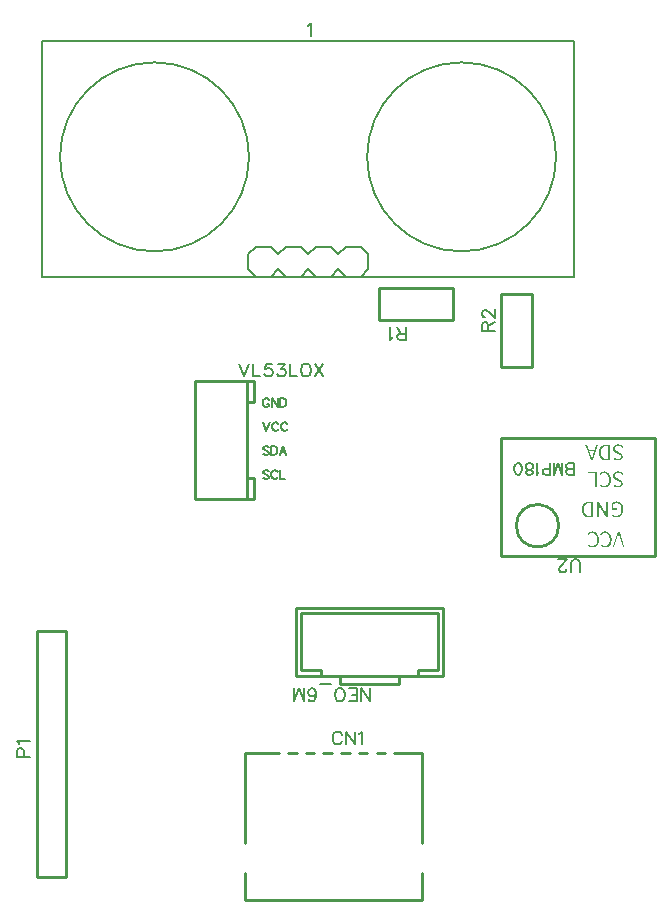
<source format=gto>
G04 Layer: TopSilkscreenLayer*
G04 EasyEDA v6.5.23, 2023-06-18 13:26:56*
G04 e563b856323e489fb497cbcb29ae2dd2,10*
G04 Gerber Generator version 0.2*
G04 Scale: 100 percent, Rotated: No, Reflected: No *
G04 Dimensions in millimeters *
G04 leading zeros omitted , absolute positions ,4 integer and 5 decimal *
%FSLAX45Y45*%
%MOMM*%

%ADD10C,0.1524*%
%ADD11C,0.2032*%
%ADD12C,0.2540*%
%ADD13C,0.1270*%

%LPD*%
G36*
X5028946Y3139186D02*
G01*
X5022850Y3138881D01*
X5017109Y3137916D01*
X5011724Y3136392D01*
X5006644Y3134309D01*
X5001920Y3131667D01*
X4997450Y3128467D01*
X4993233Y3124809D01*
X4989322Y3120644D01*
X4997450Y3111246D01*
X5004155Y3117646D01*
X5011369Y3122371D01*
X5019344Y3125266D01*
X5028184Y3126232D01*
X5034381Y3125774D01*
X5040172Y3124504D01*
X5045506Y3122422D01*
X5050383Y3119526D01*
X5054752Y3115868D01*
X5058613Y3111449D01*
X5061966Y3106369D01*
X5064760Y3100628D01*
X5066944Y3094177D01*
X5068519Y3087166D01*
X5069535Y3079546D01*
X5069840Y3071368D01*
X5069484Y3063341D01*
X5068468Y3055823D01*
X5066842Y3048914D01*
X5064556Y3042615D01*
X5061712Y3036976D01*
X5058308Y3031947D01*
X5054346Y3027680D01*
X5049875Y3024073D01*
X5044998Y3021279D01*
X5039614Y3019196D01*
X5033822Y3017926D01*
X5027676Y3017520D01*
X5019598Y3018383D01*
X5012385Y3020872D01*
X5006136Y3024784D01*
X5000752Y3029966D01*
X4992624Y3020314D01*
X4995621Y3017316D01*
X4999024Y3014370D01*
X5002885Y3011678D01*
X5007152Y3009239D01*
X5011775Y3007207D01*
X5016804Y3005683D01*
X5022189Y3004667D01*
X5027930Y3004312D01*
X5033975Y3004616D01*
X5039817Y3005480D01*
X5045354Y3006953D01*
X5050688Y3008985D01*
X5055717Y3011525D01*
X5060391Y3014624D01*
X5064760Y3018231D01*
X5068773Y3022396D01*
X5072430Y3026968D01*
X5075631Y3032099D01*
X5078425Y3037636D01*
X5080762Y3043631D01*
X5082590Y3050082D01*
X5083962Y3056940D01*
X5084775Y3064205D01*
X5085080Y3071876D01*
X5084826Y3079597D01*
X5084013Y3086862D01*
X5082641Y3093720D01*
X5080863Y3100171D01*
X5078577Y3106166D01*
X5075834Y3111703D01*
X5072684Y3116783D01*
X5069128Y3121355D01*
X5065166Y3125419D01*
X5060899Y3129026D01*
X5056276Y3132074D01*
X5051348Y3134614D01*
X5046116Y3136595D01*
X5040630Y3138017D01*
X5034889Y3138881D01*
G37*
G36*
X4921504Y3139186D02*
G01*
X4915408Y3138881D01*
X4909667Y3137916D01*
X4904282Y3136392D01*
X4899202Y3134309D01*
X4894478Y3131667D01*
X4890008Y3128467D01*
X4885791Y3124809D01*
X4881880Y3120644D01*
X4890008Y3111246D01*
X4896713Y3117646D01*
X4903927Y3122371D01*
X4911902Y3125266D01*
X4920742Y3126232D01*
X4926939Y3125774D01*
X4932730Y3124504D01*
X4938064Y3122422D01*
X4942941Y3119526D01*
X4947310Y3115868D01*
X4951171Y3111449D01*
X4954524Y3106369D01*
X4957318Y3100628D01*
X4959502Y3094177D01*
X4961077Y3087166D01*
X4962093Y3079546D01*
X4962398Y3071368D01*
X4962042Y3063341D01*
X4961026Y3055823D01*
X4959400Y3048914D01*
X4957114Y3042615D01*
X4954270Y3036976D01*
X4950815Y3031947D01*
X4946904Y3027680D01*
X4942433Y3024073D01*
X4937556Y3021279D01*
X4932172Y3019196D01*
X4926380Y3017926D01*
X4920234Y3017520D01*
X4912258Y3018383D01*
X4905044Y3020872D01*
X4898745Y3024784D01*
X4893310Y3029966D01*
X4885182Y3020314D01*
X4888179Y3017316D01*
X4891582Y3014370D01*
X4895443Y3011678D01*
X4899710Y3009239D01*
X4904333Y3007207D01*
X4909362Y3005683D01*
X4914747Y3004667D01*
X4920488Y3004312D01*
X4926584Y3004616D01*
X4932426Y3005480D01*
X4938014Y3006953D01*
X4943348Y3008985D01*
X4948377Y3011525D01*
X4953101Y3014624D01*
X4957470Y3018231D01*
X4961432Y3022396D01*
X4965039Y3026968D01*
X4968240Y3032099D01*
X4971034Y3037636D01*
X4973370Y3043631D01*
X4975199Y3050082D01*
X4976520Y3056940D01*
X4977384Y3064205D01*
X4977638Y3071876D01*
X4977384Y3079597D01*
X4976571Y3086862D01*
X4975199Y3093720D01*
X4973421Y3100171D01*
X4971135Y3106166D01*
X4968392Y3111703D01*
X4965242Y3116783D01*
X4961686Y3121355D01*
X4957724Y3125419D01*
X4953457Y3129026D01*
X4948834Y3132074D01*
X4943906Y3134614D01*
X4938674Y3136595D01*
X4933188Y3138017D01*
X4927447Y3138881D01*
G37*
G36*
X5135372Y3136900D02*
G01*
X5093716Y3006852D01*
X5108702Y3006852D01*
X5142992Y3121660D01*
X5143754Y3121660D01*
X5147259Y3110687D01*
X5153355Y3089605D01*
X5178552Y3006852D01*
X5194046Y3006852D01*
X5152136Y3136900D01*
G37*
G36*
X5125720Y3393186D02*
G01*
X5119420Y3392932D01*
X5113426Y3392119D01*
X5107787Y3390798D01*
X5102555Y3389020D01*
X5097780Y3386836D01*
X5093411Y3384296D01*
X5089499Y3381400D01*
X5086096Y3378200D01*
X5086096Y3324351D01*
X5128006Y3324351D01*
X5128006Y3336544D01*
X5099812Y3336544D01*
X5099812Y3372104D01*
X5104536Y3375507D01*
X5110429Y3378047D01*
X5117185Y3379673D01*
X5124450Y3380232D01*
X5131257Y3379774D01*
X5137505Y3378504D01*
X5143246Y3376422D01*
X5148427Y3373526D01*
X5153050Y3369868D01*
X5157114Y3365449D01*
X5160568Y3360369D01*
X5163464Y3354628D01*
X5165699Y3348177D01*
X5167325Y3341166D01*
X5168290Y3333546D01*
X5168646Y3325368D01*
X5168290Y3317341D01*
X5167223Y3309823D01*
X5165547Y3302914D01*
X5163159Y3296615D01*
X5160213Y3290976D01*
X5156657Y3285947D01*
X5152542Y3281679D01*
X5147868Y3278073D01*
X5142738Y3275279D01*
X5137048Y3273196D01*
X5130952Y3271926D01*
X5124450Y3271520D01*
X5115204Y3272485D01*
X5107533Y3275076D01*
X5101132Y3279038D01*
X5095748Y3283965D01*
X5087620Y3274314D01*
X5090617Y3271418D01*
X5094020Y3268573D01*
X5097881Y3265881D01*
X5102250Y3263442D01*
X5107076Y3261360D01*
X5112461Y3259734D01*
X5118303Y3258667D01*
X5124704Y3258312D01*
X5131003Y3258616D01*
X5137099Y3259480D01*
X5142890Y3260953D01*
X5148427Y3262985D01*
X5153609Y3265525D01*
X5158486Y3268624D01*
X5163007Y3272231D01*
X5167172Y3276396D01*
X5170881Y3280968D01*
X5174183Y3286099D01*
X5177078Y3291636D01*
X5179466Y3297631D01*
X5181346Y3304082D01*
X5182768Y3310940D01*
X5183581Y3318205D01*
X5183886Y3325876D01*
X5183632Y3333597D01*
X5182768Y3340862D01*
X5181447Y3347720D01*
X5179568Y3354171D01*
X5177231Y3360165D01*
X5174437Y3365703D01*
X5171236Y3370783D01*
X5167579Y3375355D01*
X5163515Y3379419D01*
X5159095Y3383026D01*
X5154269Y3386074D01*
X5149189Y3388614D01*
X5143703Y3390595D01*
X5138013Y3392017D01*
X5131968Y3392881D01*
G37*
G36*
X4963160Y3390900D02*
G01*
X4963160Y3260852D01*
X4977130Y3260852D01*
X4977079Y3336188D01*
X4976266Y3356610D01*
X4975352Y3371596D01*
X4976114Y3371596D01*
X4990084Y3344926D01*
X5039360Y3260852D01*
X5054600Y3260852D01*
X5054600Y3390900D01*
X5040630Y3390900D01*
X5040680Y3314496D01*
X5041493Y3294583D01*
X5042408Y3279901D01*
X5041646Y3279901D01*
X5027422Y3306572D01*
X4978400Y3390900D01*
G37*
G36*
X4894326Y3390900D02*
G01*
X4887163Y3390595D01*
X4880457Y3389782D01*
X4874158Y3388360D01*
X4868316Y3386429D01*
X4862931Y3383940D01*
X4857953Y3380943D01*
X4853482Y3377437D01*
X4849469Y3373475D01*
X4845913Y3369005D01*
X4842814Y3364077D01*
X4840173Y3358692D01*
X4837988Y3352850D01*
X4836312Y3346602D01*
X4835093Y3339947D01*
X4834382Y3332835D01*
X4834128Y3325368D01*
X4849114Y3325368D01*
X4849317Y3331464D01*
X4849825Y3337204D01*
X4850739Y3342640D01*
X4852009Y3347720D01*
X4853686Y3352495D01*
X4855667Y3356864D01*
X4858054Y3360877D01*
X4860798Y3364534D01*
X4863896Y3367735D01*
X4867402Y3370579D01*
X4871262Y3373018D01*
X4875479Y3375050D01*
X4880051Y3376625D01*
X4885029Y3377793D01*
X4890363Y3378454D01*
X4896104Y3378708D01*
X4912106Y3378708D01*
X4912106Y3272790D01*
X4896104Y3272790D01*
X4890363Y3272993D01*
X4885029Y3273704D01*
X4880051Y3274771D01*
X4875479Y3276346D01*
X4871262Y3278276D01*
X4867402Y3280664D01*
X4863896Y3283407D01*
X4860798Y3286607D01*
X4858054Y3290163D01*
X4855667Y3294126D01*
X4853686Y3298444D01*
X4852009Y3303117D01*
X4850739Y3308146D01*
X4849825Y3313531D01*
X4849317Y3319272D01*
X4849114Y3325368D01*
X4834128Y3325368D01*
X4834382Y3317900D01*
X4835093Y3310839D01*
X4836312Y3304235D01*
X4837988Y3298037D01*
X4840173Y3292297D01*
X4842814Y3286963D01*
X4845913Y3282137D01*
X4849520Y3277768D01*
X4853584Y3273907D01*
X4858105Y3270503D01*
X4863084Y3267557D01*
X4868519Y3265170D01*
X4874412Y3263290D01*
X4880762Y3261969D01*
X4887569Y3261106D01*
X4894834Y3260852D01*
X4926838Y3260852D01*
X4926838Y3390900D01*
G37*
G36*
X5140706Y3647186D02*
G01*
X5134203Y3646881D01*
X5128107Y3645915D01*
X5122468Y3644392D01*
X5117338Y3642309D01*
X5112715Y3639718D01*
X5108651Y3636670D01*
X5105095Y3633165D01*
X5102148Y3629304D01*
X5099862Y3625087D01*
X5098135Y3620617D01*
X5097119Y3615842D01*
X5096764Y3610864D01*
X5097322Y3604006D01*
X5098897Y3598062D01*
X5101386Y3592931D01*
X5104739Y3588461D01*
X5108752Y3584651D01*
X5113375Y3581349D01*
X5118455Y3578402D01*
X5123942Y3575812D01*
X5142738Y3567937D01*
X5150307Y3564483D01*
X5157266Y3560064D01*
X5162346Y3553917D01*
X5164328Y3545332D01*
X5163870Y3540963D01*
X5162550Y3537102D01*
X5160365Y3533698D01*
X5157470Y3530854D01*
X5153812Y3528568D01*
X5149545Y3526891D01*
X5144617Y3525875D01*
X5139182Y3525520D01*
X5130342Y3526383D01*
X5122468Y3528872D01*
X5115458Y3532784D01*
X5109210Y3537965D01*
X5101336Y3528314D01*
X5104892Y3524910D01*
X5108803Y3521862D01*
X5113070Y3519119D01*
X5117693Y3516782D01*
X5122621Y3514902D01*
X5127853Y3513480D01*
X5133390Y3512616D01*
X5139182Y3512312D01*
X5144820Y3512616D01*
X5150205Y3513480D01*
X5155184Y3514851D01*
X5159857Y3516731D01*
X5164124Y3519119D01*
X5167934Y3521913D01*
X5171236Y3525113D01*
X5174030Y3528720D01*
X5176316Y3532682D01*
X5177942Y3536950D01*
X5178958Y3541522D01*
X5179314Y3546348D01*
X5178653Y3553002D01*
X5176875Y3558844D01*
X5174081Y3563823D01*
X5170576Y3568090D01*
X5166512Y3571697D01*
X5162042Y3574745D01*
X5157470Y3577285D01*
X5134102Y3587750D01*
X5125364Y3591864D01*
X5121554Y3594100D01*
X5118252Y3596589D01*
X5115560Y3599484D01*
X5113477Y3602888D01*
X5112207Y3607003D01*
X5111750Y3611879D01*
X5112258Y3616655D01*
X5113731Y3620922D01*
X5116118Y3624732D01*
X5119420Y3628034D01*
X5123535Y3630625D01*
X5128463Y3632606D01*
X5134102Y3633825D01*
X5140452Y3634232D01*
X5145633Y3633927D01*
X5150713Y3633063D01*
X5155590Y3631692D01*
X5160314Y3629761D01*
X5164836Y3627424D01*
X5169103Y3624579D01*
X5173065Y3621328D01*
X5176774Y3617722D01*
X5185664Y3627882D01*
X5181295Y3632149D01*
X5176520Y3635959D01*
X5171338Y3639261D01*
X5165852Y3642004D01*
X5160010Y3644239D01*
X5153863Y3645865D01*
X5147411Y3646830D01*
G37*
G36*
X5022596Y3647186D02*
G01*
X5016449Y3646881D01*
X5010658Y3645915D01*
X5005273Y3644392D01*
X5000193Y3642309D01*
X4995468Y3639667D01*
X4991049Y3636467D01*
X4986883Y3632809D01*
X4982972Y3628644D01*
X4991100Y3619246D01*
X4997754Y3625646D01*
X5004968Y3630371D01*
X5012893Y3633266D01*
X5021834Y3634232D01*
X5028031Y3633774D01*
X5033822Y3632504D01*
X5039156Y3630422D01*
X5044033Y3627526D01*
X5048402Y3623868D01*
X5052263Y3619449D01*
X5055616Y3614369D01*
X5058410Y3608628D01*
X5060594Y3602177D01*
X5062169Y3595166D01*
X5063185Y3587546D01*
X5063490Y3579368D01*
X5063134Y3571341D01*
X5062118Y3563823D01*
X5060492Y3556914D01*
X5058206Y3550615D01*
X5055362Y3544976D01*
X5051958Y3539947D01*
X5047996Y3535679D01*
X5043525Y3532073D01*
X5038648Y3529279D01*
X5033264Y3527196D01*
X5027472Y3525926D01*
X5021326Y3525520D01*
X5013198Y3526383D01*
X5006035Y3528872D01*
X4999685Y3532784D01*
X4994148Y3537965D01*
X4986020Y3528314D01*
X4989068Y3525316D01*
X4992522Y3522370D01*
X4996383Y3519678D01*
X5000650Y3517239D01*
X5005324Y3515207D01*
X5010353Y3513683D01*
X5015788Y3512667D01*
X5021580Y3512312D01*
X5027625Y3512616D01*
X5033416Y3513480D01*
X5039004Y3514953D01*
X5044287Y3516985D01*
X5049316Y3519525D01*
X5053990Y3522624D01*
X5058308Y3526231D01*
X5062321Y3530396D01*
X5065928Y3534968D01*
X5069128Y3540099D01*
X5071872Y3545636D01*
X5074208Y3551631D01*
X5076037Y3558082D01*
X5077358Y3564940D01*
X5078222Y3572205D01*
X5078476Y3579876D01*
X5078222Y3587597D01*
X5077409Y3594862D01*
X5076088Y3601720D01*
X5074259Y3608171D01*
X5072024Y3614165D01*
X5069281Y3619703D01*
X5066182Y3624783D01*
X5062626Y3629355D01*
X5058714Y3633419D01*
X5054447Y3637026D01*
X5049875Y3640074D01*
X5044948Y3642614D01*
X5039715Y3644595D01*
X5034280Y3646017D01*
X5028539Y3646881D01*
G37*
G36*
X4885944Y3644900D02*
G01*
X4885944Y3632454D01*
X4943348Y3632454D01*
X4943348Y3514851D01*
X4958080Y3514851D01*
X4958080Y3644900D01*
G37*
G36*
X5140706Y3875786D02*
G01*
X5134203Y3875481D01*
X5128107Y3874515D01*
X5122468Y3872992D01*
X5117338Y3870909D01*
X5112715Y3868318D01*
X5108651Y3865270D01*
X5105095Y3861765D01*
X5102148Y3857904D01*
X5099862Y3853687D01*
X5098135Y3849217D01*
X5097119Y3844442D01*
X5096764Y3839464D01*
X5097322Y3832606D01*
X5098897Y3826662D01*
X5101386Y3821531D01*
X5104739Y3817061D01*
X5108752Y3813251D01*
X5113375Y3809949D01*
X5118455Y3807002D01*
X5123942Y3804412D01*
X5142738Y3796537D01*
X5150307Y3793083D01*
X5157266Y3788664D01*
X5162346Y3782517D01*
X5164328Y3773932D01*
X5163870Y3769563D01*
X5162550Y3765702D01*
X5160365Y3762298D01*
X5157470Y3759454D01*
X5153812Y3757168D01*
X5149545Y3755491D01*
X5144617Y3754475D01*
X5139182Y3754120D01*
X5130342Y3754983D01*
X5122468Y3757472D01*
X5115458Y3761384D01*
X5109210Y3766565D01*
X5101336Y3756914D01*
X5104892Y3753510D01*
X5108803Y3750462D01*
X5113070Y3747719D01*
X5117693Y3745382D01*
X5122621Y3743502D01*
X5127853Y3742080D01*
X5133390Y3741216D01*
X5139182Y3740912D01*
X5144820Y3741216D01*
X5150205Y3742080D01*
X5155184Y3743451D01*
X5159857Y3745331D01*
X5164124Y3747719D01*
X5167934Y3750513D01*
X5171236Y3753713D01*
X5174030Y3757320D01*
X5176316Y3761282D01*
X5177942Y3765550D01*
X5178958Y3770122D01*
X5179314Y3774948D01*
X5178653Y3781602D01*
X5176875Y3787444D01*
X5174081Y3792423D01*
X5170576Y3796690D01*
X5166512Y3800297D01*
X5162042Y3803345D01*
X5157470Y3805885D01*
X5134102Y3816350D01*
X5125364Y3820464D01*
X5121554Y3822700D01*
X5118252Y3825189D01*
X5115560Y3828084D01*
X5113477Y3831488D01*
X5112207Y3835603D01*
X5111750Y3840479D01*
X5112258Y3845255D01*
X5113731Y3849522D01*
X5116118Y3853332D01*
X5119420Y3856634D01*
X5123535Y3859225D01*
X5128463Y3861206D01*
X5134102Y3862425D01*
X5140452Y3862832D01*
X5145633Y3862527D01*
X5150713Y3861663D01*
X5155590Y3860292D01*
X5160314Y3858361D01*
X5164836Y3856024D01*
X5169103Y3853179D01*
X5173065Y3849928D01*
X5176774Y3846322D01*
X5185664Y3856482D01*
X5181295Y3860749D01*
X5176520Y3864559D01*
X5171338Y3867861D01*
X5165852Y3870604D01*
X5160010Y3872839D01*
X5153863Y3874465D01*
X5147411Y3875430D01*
G37*
G36*
X5038344Y3873500D02*
G01*
X5031181Y3873195D01*
X5024475Y3872382D01*
X5018176Y3870960D01*
X5012334Y3869029D01*
X5006949Y3866540D01*
X5001971Y3863543D01*
X4997500Y3860037D01*
X4993487Y3856075D01*
X4989931Y3851605D01*
X4986832Y3846677D01*
X4984191Y3841292D01*
X4982006Y3835450D01*
X4980330Y3829202D01*
X4979111Y3822547D01*
X4978400Y3815435D01*
X4978146Y3807968D01*
X4993132Y3807968D01*
X4993335Y3814064D01*
X4993843Y3819804D01*
X4994757Y3825240D01*
X4996027Y3830320D01*
X4997704Y3835095D01*
X4999685Y3839464D01*
X5002072Y3843477D01*
X5004816Y3847134D01*
X5007914Y3850335D01*
X5011420Y3853179D01*
X5015280Y3855618D01*
X5019497Y3857650D01*
X5024069Y3859225D01*
X5029047Y3860393D01*
X5034381Y3861054D01*
X5040122Y3861308D01*
X5056124Y3861308D01*
X5056124Y3755390D01*
X5040122Y3755390D01*
X5034381Y3755593D01*
X5029047Y3756304D01*
X5024069Y3757371D01*
X5019497Y3758946D01*
X5015280Y3760876D01*
X5011420Y3763264D01*
X5007914Y3766007D01*
X5004816Y3769207D01*
X5002072Y3772763D01*
X4999685Y3776726D01*
X4997704Y3781044D01*
X4996027Y3785717D01*
X4994757Y3790746D01*
X4993843Y3796131D01*
X4993335Y3801872D01*
X4993132Y3807968D01*
X4978146Y3807968D01*
X4978400Y3800500D01*
X4979111Y3793439D01*
X4980330Y3786835D01*
X4982006Y3780637D01*
X4984191Y3774897D01*
X4986832Y3769563D01*
X4989931Y3764737D01*
X4993538Y3760368D01*
X4997602Y3756507D01*
X5002123Y3753104D01*
X5007102Y3750157D01*
X5012537Y3747770D01*
X5018430Y3745890D01*
X5024780Y3744569D01*
X5031587Y3743706D01*
X5038852Y3743451D01*
X5070856Y3743451D01*
X5070856Y3873500D01*
G37*
G36*
X4863338Y3873500D02*
G01*
X4881411Y3820922D01*
X4936744Y3820922D01*
X4923231Y3777894D01*
X4916678Y3755644D01*
X4916170Y3755644D01*
X4909515Y3777792D01*
X4902454Y3799586D01*
X4895850Y3820922D01*
X4881411Y3820922D01*
X4908042Y3743451D01*
X4924298Y3743451D01*
X4968748Y3873500D01*
X4954016Y3873500D01*
X4940554Y3832351D01*
X4892040Y3832351D01*
X4879086Y3873500D01*
G37*
D10*
X49784Y1231900D02*
G01*
X158750Y1231900D01*
X49784Y1231900D02*
G01*
X49784Y1278636D01*
X54863Y1294129D01*
X60197Y1299463D01*
X70612Y1304544D01*
X86105Y1304544D01*
X96520Y1299463D01*
X101600Y1294129D01*
X106934Y1278636D01*
X106934Y1231900D01*
X70612Y1338834D02*
G01*
X65278Y1349247D01*
X49784Y1364995D01*
X158750Y1364995D01*
X3035300Y1700784D02*
G01*
X3035300Y1809750D01*
X3035300Y1700784D02*
G01*
X2962656Y1809750D01*
X2962656Y1700784D02*
G01*
X2962656Y1809750D01*
X2928365Y1700784D02*
G01*
X2928365Y1809750D01*
X2928365Y1700784D02*
G01*
X2860802Y1700784D01*
X2928365Y1752600D02*
G01*
X2886709Y1752600D01*
X2928365Y1809750D02*
G01*
X2860802Y1809750D01*
X2795270Y1700784D02*
G01*
X2805684Y1705863D01*
X2816097Y1716278D01*
X2821177Y1726692D01*
X2826511Y1742439D01*
X2826511Y1768347D01*
X2821177Y1783842D01*
X2816097Y1794255D01*
X2805684Y1804670D01*
X2795270Y1809750D01*
X2774441Y1809750D01*
X2764027Y1804670D01*
X2753613Y1794255D01*
X2748534Y1783842D01*
X2743200Y1768347D01*
X2743200Y1742439D01*
X2748534Y1726692D01*
X2753613Y1716278D01*
X2764027Y1705863D01*
X2774441Y1700784D01*
X2795270Y1700784D01*
X2708909Y1846326D02*
G01*
X2615438Y1846326D01*
X2518918Y1716278D02*
G01*
X2523997Y1705863D01*
X2539745Y1700784D01*
X2550159Y1700784D01*
X2565654Y1705863D01*
X2576068Y1721612D01*
X2581147Y1747520D01*
X2581147Y1773428D01*
X2576068Y1794255D01*
X2565654Y1804670D01*
X2550159Y1809750D01*
X2544825Y1809750D01*
X2529331Y1804670D01*
X2518918Y1794255D01*
X2513584Y1778762D01*
X2513584Y1773428D01*
X2518918Y1757934D01*
X2529331Y1747520D01*
X2544825Y1742439D01*
X2550159Y1742439D01*
X2565654Y1747520D01*
X2576068Y1757934D01*
X2581147Y1773428D01*
X2479293Y1700784D02*
G01*
X2479293Y1809750D01*
X2479293Y1700784D02*
G01*
X2437891Y1809750D01*
X2396236Y1700784D02*
G01*
X2437891Y1809750D01*
X2396236Y1700784D02*
G01*
X2396236Y1809750D01*
X1930400Y4560315D02*
G01*
X1972056Y4451350D01*
X2013458Y4560315D02*
G01*
X1972056Y4451350D01*
X2047747Y4560315D02*
G01*
X2047747Y4451350D01*
X2047747Y4451350D02*
G01*
X2110231Y4451350D01*
X2206752Y4560315D02*
G01*
X2154936Y4560315D01*
X2149602Y4513579D01*
X2154936Y4518660D01*
X2170429Y4523994D01*
X2185924Y4523994D01*
X2201672Y4518660D01*
X2212086Y4508500D01*
X2217165Y4492752D01*
X2217165Y4482337D01*
X2212086Y4466844D01*
X2201672Y4456429D01*
X2185924Y4451350D01*
X2170429Y4451350D01*
X2154936Y4456429D01*
X2149602Y4461510D01*
X2144522Y4471923D01*
X2261870Y4560315D02*
G01*
X2319020Y4560315D01*
X2287777Y4518660D01*
X2303525Y4518660D01*
X2313940Y4513579D01*
X2319020Y4508500D01*
X2324100Y4492752D01*
X2324100Y4482337D01*
X2319020Y4466844D01*
X2308606Y4456429D01*
X2293111Y4451350D01*
X2277363Y4451350D01*
X2261870Y4456429D01*
X2256790Y4461510D01*
X2251456Y4471923D01*
X2358390Y4560315D02*
G01*
X2358390Y4451350D01*
X2358390Y4451350D02*
G01*
X2420874Y4451350D01*
X2486406Y4560315D02*
G01*
X2475991Y4555236D01*
X2465577Y4544821D01*
X2460243Y4534407D01*
X2455163Y4518660D01*
X2455163Y4492752D01*
X2460243Y4477257D01*
X2465577Y4466844D01*
X2475991Y4456429D01*
X2486406Y4451350D01*
X2506979Y4451350D01*
X2517393Y4456429D01*
X2527808Y4466844D01*
X2533141Y4477257D01*
X2538222Y4492752D01*
X2538222Y4518660D01*
X2533141Y4534407D01*
X2527808Y4544821D01*
X2517393Y4555236D01*
X2506979Y4560315D01*
X2486406Y4560315D01*
X2572511Y4560315D02*
G01*
X2645409Y4451350D01*
X2645409Y4560315D02*
G01*
X2572511Y4451350D01*
X2182113Y3647186D02*
G01*
X2175256Y3654044D01*
X2164841Y3657600D01*
X2150872Y3657600D01*
X2140458Y3654044D01*
X2133600Y3647186D01*
X2133600Y3640073D01*
X2137156Y3633215D01*
X2140458Y3629913D01*
X2147570Y3626357D01*
X2168143Y3619500D01*
X2175256Y3615944D01*
X2178558Y3612387D01*
X2182113Y3605529D01*
X2182113Y3595115D01*
X2175256Y3588257D01*
X2164841Y3584702D01*
X2150872Y3584702D01*
X2140458Y3588257D01*
X2133600Y3595115D01*
X2256790Y3640073D02*
G01*
X2253488Y3647186D01*
X2246629Y3654044D01*
X2239518Y3657600D01*
X2225802Y3657600D01*
X2218690Y3654044D01*
X2211831Y3647186D01*
X2208529Y3640073D01*
X2204974Y3629913D01*
X2204974Y3612387D01*
X2208529Y3601973D01*
X2211831Y3595115D01*
X2218690Y3588257D01*
X2225802Y3584702D01*
X2239518Y3584702D01*
X2246629Y3588257D01*
X2253488Y3595115D01*
X2256790Y3601973D01*
X2279650Y3657600D02*
G01*
X2279650Y3584702D01*
X2279650Y3584702D02*
G01*
X2321306Y3584702D01*
X2182113Y3850386D02*
G01*
X2175256Y3857244D01*
X2164841Y3860800D01*
X2150872Y3860800D01*
X2140458Y3857244D01*
X2133600Y3850386D01*
X2133600Y3843273D01*
X2137156Y3836415D01*
X2140458Y3833113D01*
X2147570Y3829557D01*
X2168143Y3822700D01*
X2175256Y3819144D01*
X2178558Y3815587D01*
X2182113Y3808729D01*
X2182113Y3798315D01*
X2175256Y3791457D01*
X2164841Y3787902D01*
X2150872Y3787902D01*
X2140458Y3791457D01*
X2133600Y3798315D01*
X2204974Y3860800D02*
G01*
X2204974Y3787902D01*
X2204974Y3860800D02*
G01*
X2229104Y3860800D01*
X2239518Y3857244D01*
X2246629Y3850386D01*
X2249931Y3843273D01*
X2253488Y3833113D01*
X2253488Y3815587D01*
X2249931Y3805173D01*
X2246629Y3798315D01*
X2239518Y3791457D01*
X2229104Y3787902D01*
X2204974Y3787902D01*
X2304034Y3860800D02*
G01*
X2276347Y3787902D01*
X2304034Y3860800D02*
G01*
X2331720Y3787902D01*
X2286761Y3812286D02*
G01*
X2321306Y3812286D01*
X2133600Y4064000D02*
G01*
X2161286Y3991102D01*
X2188972Y4064000D02*
G01*
X2161286Y3991102D01*
X2263902Y4046473D02*
G01*
X2260345Y4053586D01*
X2253488Y4060444D01*
X2246629Y4064000D01*
X2232659Y4064000D01*
X2225802Y4060444D01*
X2218690Y4053586D01*
X2215388Y4046473D01*
X2211831Y4036313D01*
X2211831Y4018787D01*
X2215388Y4008373D01*
X2218690Y4001515D01*
X2225802Y3994657D01*
X2232659Y3991102D01*
X2246629Y3991102D01*
X2253488Y3994657D01*
X2260345Y4001515D01*
X2263902Y4008373D01*
X2338577Y4046473D02*
G01*
X2335275Y4053586D01*
X2328163Y4060444D01*
X2321306Y4064000D01*
X2307590Y4064000D01*
X2300477Y4060444D01*
X2293620Y4053586D01*
X2290063Y4046473D01*
X2286761Y4036313D01*
X2286761Y4018787D01*
X2290063Y4008373D01*
X2293620Y4001515D01*
X2300477Y3994657D01*
X2307590Y3991102D01*
X2321306Y3991102D01*
X2328163Y3994657D01*
X2335275Y4001515D01*
X2338577Y4008373D01*
X2185670Y4249673D02*
G01*
X2182113Y4256786D01*
X2175256Y4263644D01*
X2168143Y4267200D01*
X2154427Y4267200D01*
X2147570Y4263644D01*
X2140458Y4256786D01*
X2137156Y4249673D01*
X2133600Y4239513D01*
X2133600Y4221987D01*
X2137156Y4211573D01*
X2140458Y4204715D01*
X2147570Y4197857D01*
X2154427Y4194302D01*
X2168143Y4194302D01*
X2175256Y4197857D01*
X2182113Y4204715D01*
X2185670Y4211573D01*
X2185670Y4221987D01*
X2168143Y4221987D02*
G01*
X2185670Y4221987D01*
X2208529Y4267200D02*
G01*
X2208529Y4194302D01*
X2208529Y4267200D02*
G01*
X2256790Y4194302D01*
X2256790Y4267200D02*
G01*
X2256790Y4194302D01*
X2279650Y4267200D02*
G01*
X2279650Y4194302D01*
X2279650Y4267200D02*
G01*
X2304034Y4267200D01*
X2314447Y4263644D01*
X2321306Y4256786D01*
X2324861Y4249673D01*
X2328163Y4239513D01*
X2328163Y4221987D01*
X2324861Y4211573D01*
X2321306Y4204715D01*
X2314447Y4197857D01*
X2304034Y4194302D01*
X2279650Y4194302D01*
X2801874Y1418805D02*
G01*
X2796540Y1429219D01*
X2786125Y1439633D01*
X2775965Y1444713D01*
X2755138Y1444713D01*
X2744724Y1439633D01*
X2734309Y1429219D01*
X2728975Y1418805D01*
X2723895Y1403057D01*
X2723895Y1377149D01*
X2728975Y1361655D01*
X2734309Y1351241D01*
X2744724Y1340827D01*
X2755138Y1335747D01*
X2775965Y1335747D01*
X2786125Y1340827D01*
X2796540Y1351241D01*
X2801874Y1361655D01*
X2836163Y1444713D02*
G01*
X2836163Y1335747D01*
X2836163Y1444713D02*
G01*
X2908808Y1335747D01*
X2908808Y1444713D02*
G01*
X2908808Y1335747D01*
X2943097Y1423885D02*
G01*
X2953511Y1429219D01*
X2969006Y1444713D01*
X2969006Y1335747D01*
X3986784Y4838700D02*
G01*
X4095750Y4838700D01*
X3986784Y4838700D02*
G01*
X3986784Y4885436D01*
X3991863Y4900929D01*
X3997197Y4906263D01*
X4007611Y4911344D01*
X4018025Y4911344D01*
X4028440Y4906263D01*
X4033520Y4900929D01*
X4038600Y4885436D01*
X4038600Y4838700D01*
X4038600Y4875021D02*
G01*
X4095750Y4911344D01*
X4012691Y4950968D02*
G01*
X4007611Y4950968D01*
X3997197Y4956047D01*
X3991863Y4961381D01*
X3986784Y4971795D01*
X3986784Y4992370D01*
X3991863Y5002784D01*
X3997197Y5008118D01*
X4007611Y5013197D01*
X4018025Y5013197D01*
X4028440Y5008118D01*
X4043934Y4997704D01*
X4095750Y4945634D01*
X4095750Y5018531D01*
X3340100Y4761484D02*
G01*
X3340100Y4870450D01*
X3340100Y4761484D02*
G01*
X3293363Y4761484D01*
X3277870Y4766563D01*
X3272536Y4771897D01*
X3267456Y4782312D01*
X3267456Y4792726D01*
X3272536Y4803139D01*
X3277870Y4808220D01*
X3293363Y4813300D01*
X3340100Y4813300D01*
X3303777Y4813300D02*
G01*
X3267456Y4870450D01*
X3233165Y4782312D02*
G01*
X3222752Y4776978D01*
X3207004Y4761484D01*
X3207004Y4870450D01*
X2514600Y7421575D02*
G01*
X2525013Y7426909D01*
X2540508Y7442403D01*
X2540508Y7333437D01*
X4813300Y2792984D02*
G01*
X4813300Y2870962D01*
X4808220Y2886455D01*
X4797806Y2896870D01*
X4782058Y2901950D01*
X4771643Y2901950D01*
X4756150Y2896870D01*
X4745736Y2886455D01*
X4740656Y2870962D01*
X4740656Y2792984D01*
X4701031Y2818892D02*
G01*
X4701031Y2813812D01*
X4695952Y2803397D01*
X4690618Y2798063D01*
X4680204Y2792984D01*
X4659629Y2792984D01*
X4649215Y2798063D01*
X4643881Y2803397D01*
X4638802Y2813812D01*
X4638802Y2824226D01*
X4643881Y2834639D01*
X4654295Y2850134D01*
X4706365Y2901950D01*
X4633468Y2901950D01*
D11*
X4762500Y3620262D02*
G01*
X4762500Y3715765D01*
X4762500Y3620262D02*
G01*
X4721606Y3620262D01*
X4707890Y3624834D01*
X4703318Y3629405D01*
X4698745Y3638295D01*
X4698745Y3647439D01*
X4703318Y3656584D01*
X4707890Y3661155D01*
X4721606Y3665728D01*
X4762500Y3665728D02*
G01*
X4721606Y3665728D01*
X4707890Y3670300D01*
X4703318Y3674618D01*
X4698745Y3683762D01*
X4698745Y3697478D01*
X4703318Y3706621D01*
X4707890Y3711194D01*
X4721606Y3715765D01*
X4762500Y3715765D01*
X4668774Y3620262D02*
G01*
X4668774Y3715765D01*
X4668774Y3620262D02*
G01*
X4632452Y3715765D01*
X4596129Y3620262D02*
G01*
X4632452Y3715765D01*
X4596129Y3620262D02*
G01*
X4596129Y3715765D01*
X4566158Y3620262D02*
G01*
X4566158Y3715765D01*
X4566158Y3620262D02*
G01*
X4525263Y3620262D01*
X4511547Y3624834D01*
X4506975Y3629405D01*
X4502404Y3638295D01*
X4502404Y3652012D01*
X4506975Y3661155D01*
X4511547Y3665728D01*
X4525263Y3670300D01*
X4566158Y3670300D01*
X4472431Y3638295D02*
G01*
X4463288Y3633723D01*
X4449825Y3620262D01*
X4449825Y3715765D01*
X4396993Y3620262D02*
G01*
X4410709Y3624834D01*
X4415281Y3633723D01*
X4415281Y3642868D01*
X4410709Y3652012D01*
X4401565Y3656584D01*
X4383531Y3661155D01*
X4369815Y3665728D01*
X4360672Y3674618D01*
X4356100Y3683762D01*
X4356100Y3697478D01*
X4360672Y3706621D01*
X4365243Y3711194D01*
X4378959Y3715765D01*
X4396993Y3715765D01*
X4410709Y3711194D01*
X4415281Y3706621D01*
X4419854Y3697478D01*
X4419854Y3683762D01*
X4415281Y3674618D01*
X4406138Y3665728D01*
X4392422Y3661155D01*
X4374388Y3656584D01*
X4365243Y3652012D01*
X4360672Y3642868D01*
X4360672Y3633723D01*
X4365243Y3624834D01*
X4378959Y3620262D01*
X4396993Y3620262D01*
X4298950Y3620262D02*
G01*
X4312411Y3624834D01*
X4321556Y3638295D01*
X4326127Y3661155D01*
X4326127Y3674618D01*
X4321556Y3697478D01*
X4312411Y3711194D01*
X4298950Y3715765D01*
X4289806Y3715765D01*
X4276090Y3711194D01*
X4266945Y3697478D01*
X4262374Y3674618D01*
X4262374Y3661155D01*
X4266945Y3638295D01*
X4276090Y3624834D01*
X4289806Y3620262D01*
X4298950Y3620262D01*
D12*
X220903Y216303D02*
G01*
X220903Y2298298D01*
X220903Y2298296D02*
G01*
X464896Y2298298D01*
X464896Y2298298D02*
G01*
X464896Y216303D01*
X464896Y216303D02*
G01*
X220903Y216301D01*
X2621279Y1918970D02*
G01*
X2621279Y1966976D01*
X2457195Y1966976D01*
X2457195Y2449068D01*
X3616197Y2449068D01*
X3616197Y1967992D01*
X3449320Y1967992D01*
X3449320Y1918970D01*
X2420365Y2494026D02*
G01*
X2410206Y2494026D01*
X2410206Y1919986D01*
X2410206Y1918970D01*
X3660393Y1918970D01*
X3660393Y2494026D01*
X2420365Y2494026D01*
X3285299Y1849000D02*
G01*
X2785300Y1849000D01*
X2785300Y1906000D01*
X3285299Y1849000D02*
G01*
X3285299Y1919000D01*
X1998979Y4411979D02*
G01*
X1998979Y4231639D01*
X2057400Y4231639D01*
X2057400Y4411979D01*
X1998979Y4411979D01*
X1557020Y4411979D01*
X1557020Y3411220D01*
X1998979Y3411220D01*
X1998979Y3591560D01*
X2057400Y3591560D01*
X2057400Y3411220D01*
X1998979Y3411220D01*
X1628139Y4411979D02*
G01*
X1927860Y4411979D01*
X1678939Y3411220D02*
G01*
X1877060Y3411220D01*
X1998979Y3591560D02*
G01*
X1998979Y4231639D01*
X3480498Y246151D02*
G01*
X3480498Y14401D01*
X1980501Y14401D01*
X3245017Y1264399D02*
G01*
X3480498Y1264399D01*
X3480498Y498650D01*
X3095030Y1264399D02*
G01*
X3167974Y1264399D01*
X2945018Y1264399D02*
G01*
X3017987Y1264399D01*
X2795031Y1264399D02*
G01*
X2867974Y1264399D01*
X2645018Y1264399D02*
G01*
X2717987Y1264399D01*
X2495006Y1264399D02*
G01*
X2567975Y1264399D01*
X2345019Y1264399D02*
G01*
X2417963Y1264399D01*
X1980501Y498650D02*
G01*
X1980501Y1264399D01*
X2267976Y1264399D01*
X1980501Y14401D02*
G01*
X1980501Y246151D01*
X4144901Y4528700D02*
G01*
X4144899Y5148699D01*
X4414898Y4528700D02*
G01*
X4414900Y5148699D01*
X4414898Y5148699D02*
G01*
X4144899Y5148699D01*
X4414900Y4528700D02*
G01*
X4144901Y4528700D01*
X3738999Y4932301D02*
G01*
X3119000Y4932298D01*
X3738999Y5202298D02*
G01*
X3119000Y5202301D01*
X3119000Y5202298D02*
G01*
X3119000Y4932298D01*
X3738999Y5202301D02*
G01*
X3738999Y4932301D01*
D13*
X264617Y7291095D02*
G01*
X4764582Y7291095D01*
X4764582Y5291099D01*
X264617Y5291099D01*
X264617Y7291095D01*
X2006600Y5485587D02*
G01*
X2070100Y5549087D01*
X2197100Y5549087D01*
X2260600Y5485587D01*
X2324100Y5549087D01*
X2451100Y5549087D01*
X2514600Y5485587D01*
X2578100Y5549087D01*
X2705100Y5549087D01*
X2768600Y5485587D01*
X2832100Y5549087D01*
X2959100Y5549087D01*
X3022600Y5485587D01*
X3022600Y5358587D01*
X2959100Y5295087D01*
X2832100Y5295087D01*
X2768600Y5358587D01*
X2705100Y5295087D01*
X2578100Y5295087D01*
X2514600Y5358587D01*
X2451100Y5295087D01*
X2324100Y5295087D01*
X2260600Y5358587D01*
X2197100Y5295087D01*
X2070100Y5295087D01*
X2006600Y5358587D01*
X2006600Y5485587D01*
D12*
X5448300Y2933700D02*
G01*
X4148302Y2933700D01*
X4148302Y3933697D01*
X5448300Y3933697D01*
X5448300Y2933700D01*
D13*
G75*
G01*
X2014601Y6311087D02*
G03*
X2014601Y6310249I-799998J-419D01*
G75*
G01*
X4614596Y6311087D02*
G03*
X4614596Y6310249I-799998J-419D01*
D12*
G75*
G01
X4637303Y3187700D02*
G03X4637303Y3187700I-179603J0D01*
M02*

</source>
